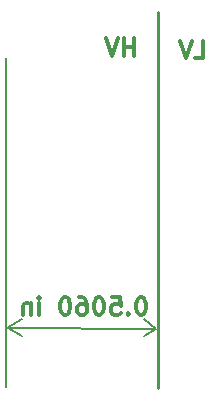
<source format=gbr>
G04 #@! TF.FileFunction,Legend,Bot*
%FSLAX46Y46*%
G04 Gerber Fmt 4.6, Leading zero omitted, Abs format (unit mm)*
G04 Created by KiCad (PCBNEW 4.0.7-e2-6376~58~ubuntu16.04.1) date Sat Feb  3 22:32:31 2018*
%MOMM*%
%LPD*%
G01*
G04 APERTURE LIST*
%ADD10C,0.100000*%
%ADD11C,0.300000*%
%ADD12C,0.200000*%
%ADD13C,0.292100*%
G04 APERTURE END LIST*
D10*
D11*
X175438571Y-78148571D02*
X176152857Y-78148571D01*
X176152857Y-76648571D01*
X175152857Y-76648571D02*
X174652857Y-78148571D01*
X174152857Y-76648571D01*
X170286228Y-77970771D02*
X170286228Y-76470771D01*
X170286228Y-77185057D02*
X169429085Y-77185057D01*
X169429085Y-77970771D02*
X169429085Y-76470771D01*
X168929085Y-76470771D02*
X168429085Y-77970771D01*
X167929085Y-76470771D01*
D12*
X159450000Y-78150000D02*
X159450000Y-105950000D01*
D11*
X170942856Y-98378571D02*
X170799999Y-98378571D01*
X170657142Y-98450000D01*
X170585713Y-98521429D01*
X170514284Y-98664286D01*
X170442856Y-98950000D01*
X170442856Y-99307143D01*
X170514284Y-99592857D01*
X170585713Y-99735714D01*
X170657142Y-99807143D01*
X170799999Y-99878571D01*
X170942856Y-99878571D01*
X171085713Y-99807143D01*
X171157142Y-99735714D01*
X171228570Y-99592857D01*
X171299999Y-99307143D01*
X171299999Y-98950000D01*
X171228570Y-98664286D01*
X171157142Y-98521429D01*
X171085713Y-98450000D01*
X170942856Y-98378571D01*
X169799999Y-99735714D02*
X169728571Y-99807143D01*
X169799999Y-99878571D01*
X169871428Y-99807143D01*
X169799999Y-99735714D01*
X169799999Y-99878571D01*
X168371427Y-98378571D02*
X169085713Y-98378571D01*
X169157142Y-99092857D01*
X169085713Y-99021429D01*
X168942856Y-98950000D01*
X168585713Y-98950000D01*
X168442856Y-99021429D01*
X168371427Y-99092857D01*
X168299999Y-99235714D01*
X168299999Y-99592857D01*
X168371427Y-99735714D01*
X168442856Y-99807143D01*
X168585713Y-99878571D01*
X168942856Y-99878571D01*
X169085713Y-99807143D01*
X169157142Y-99735714D01*
X167371428Y-98378571D02*
X167228571Y-98378571D01*
X167085714Y-98450000D01*
X167014285Y-98521429D01*
X166942856Y-98664286D01*
X166871428Y-98950000D01*
X166871428Y-99307143D01*
X166942856Y-99592857D01*
X167014285Y-99735714D01*
X167085714Y-99807143D01*
X167228571Y-99878571D01*
X167371428Y-99878571D01*
X167514285Y-99807143D01*
X167585714Y-99735714D01*
X167657142Y-99592857D01*
X167728571Y-99307143D01*
X167728571Y-98950000D01*
X167657142Y-98664286D01*
X167585714Y-98521429D01*
X167514285Y-98450000D01*
X167371428Y-98378571D01*
X165585714Y-98378571D02*
X165871428Y-98378571D01*
X166014285Y-98450000D01*
X166085714Y-98521429D01*
X166228571Y-98735714D01*
X166300000Y-99021429D01*
X166300000Y-99592857D01*
X166228571Y-99735714D01*
X166157143Y-99807143D01*
X166014285Y-99878571D01*
X165728571Y-99878571D01*
X165585714Y-99807143D01*
X165514285Y-99735714D01*
X165442857Y-99592857D01*
X165442857Y-99235714D01*
X165514285Y-99092857D01*
X165585714Y-99021429D01*
X165728571Y-98950000D01*
X166014285Y-98950000D01*
X166157143Y-99021429D01*
X166228571Y-99092857D01*
X166300000Y-99235714D01*
X164514286Y-98378571D02*
X164371429Y-98378571D01*
X164228572Y-98450000D01*
X164157143Y-98521429D01*
X164085714Y-98664286D01*
X164014286Y-98950000D01*
X164014286Y-99307143D01*
X164085714Y-99592857D01*
X164157143Y-99735714D01*
X164228572Y-99807143D01*
X164371429Y-99878571D01*
X164514286Y-99878571D01*
X164657143Y-99807143D01*
X164728572Y-99735714D01*
X164800000Y-99592857D01*
X164871429Y-99307143D01*
X164871429Y-98950000D01*
X164800000Y-98664286D01*
X164728572Y-98521429D01*
X164657143Y-98450000D01*
X164514286Y-98378571D01*
X162228572Y-99878571D02*
X162228572Y-98878571D01*
X162228572Y-98378571D02*
X162300001Y-98450000D01*
X162228572Y-98521429D01*
X162157144Y-98450000D01*
X162228572Y-98378571D01*
X162228572Y-98521429D01*
X161514286Y-98878571D02*
X161514286Y-99878571D01*
X161514286Y-99021429D02*
X161442858Y-98950000D01*
X161300000Y-98878571D01*
X161085715Y-98878571D01*
X160942858Y-98950000D01*
X160871429Y-99092857D01*
X160871429Y-99878571D01*
D12*
X159600000Y-101000000D02*
X160750000Y-101700000D01*
X159550000Y-101000000D02*
X160750000Y-100250000D01*
X172150000Y-101050000D02*
X171100000Y-101650000D01*
X172150000Y-101050000D02*
X171100000Y-100250000D01*
X159600000Y-101000000D02*
X172150000Y-101050000D01*
D13*
X172313600Y-74193400D02*
X172300000Y-106050000D01*
M02*

</source>
